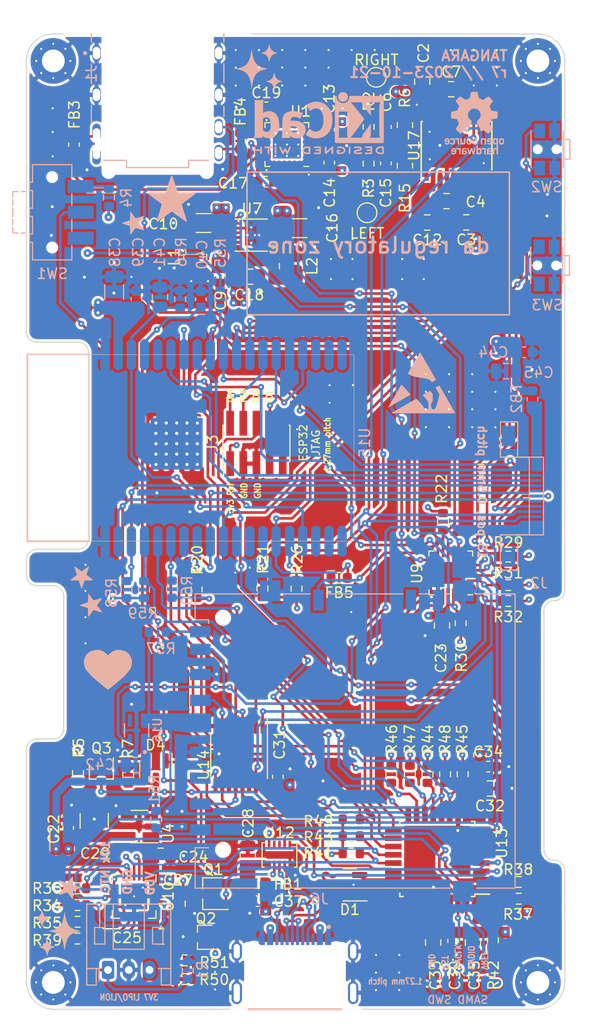
<source format=kicad_pcb>
(kicad_pcb (version 20221018) (generator pcbnew)

  (general
    (thickness 1.566672)
  )

  (paper "A4")
  (title_block
    (comment 4 "AISLER Project ID: ATEUINQR")
  )

  (layers
    (0 "F.Cu" signal)
    (1 "In1.Cu" signal)
    (2 "In2.Cu" signal)
    (31 "B.Cu" signal)
    (32 "B.Adhes" user "B.Adhesive")
    (33 "F.Adhes" user "F.Adhesive")
    (34 "B.Paste" user)
    (35 "F.Paste" user)
    (36 "B.SilkS" user "B.Silkscreen")
    (37 "F.SilkS" user "F.Silkscreen")
    (38 "B.Mask" user)
    (39 "F.Mask" user)
    (40 "Dwgs.User" user "User.Drawings")
    (41 "Cmts.User" user "User.Comments")
    (42 "Eco1.User" user "User.Eco1")
    (43 "Eco2.User" user "User.Eco2")
    (44 "Edge.Cuts" user)
    (45 "Margin" user)
    (46 "B.CrtYd" user "B.Courtyard")
    (47 "F.CrtYd" user "F.Courtyard")
    (48 "B.Fab" user)
    (49 "F.Fab" user)
    (50 "User.1" user)
    (51 "User.2" user)
    (52 "User.3" user)
    (53 "User.4" user)
    (54 "User.5" user)
    (55 "User.6" user)
    (56 "User.7" user)
    (57 "User.8" user)
    (58 "User.9" user)
  )

  (setup
    (stackup
      (layer "F.SilkS" (type "Top Silk Screen") (color "White"))
      (layer "F.Paste" (type "Top Solder Paste"))
      (layer "F.Mask" (type "Top Solder Mask") (color "Purple") (thickness 0.0254))
      (layer "F.Cu" (type "copper") (thickness 0.04318))
      (layer "dielectric 1" (type "prepreg") (thickness 0.202184) (material "FR408-HR") (epsilon_r 3.69) (loss_tangent 0.0091))
      (layer "In1.Cu" (type "copper") (thickness 0.017272))
      (layer "dielectric 2" (type "core") (thickness 0.9906) (material "FR408-HR") (epsilon_r 3.69) (loss_tangent 0.0091))
      (layer "In2.Cu" (type "copper") (thickness 0.017272))
      (layer "dielectric 3" (type "prepreg") (thickness 0.202184) (material "FR408-HR") (epsilon_r 3.69) (loss_tangent 0.0091))
      (layer "B.Cu" (type "copper") (thickness 0.04318))
      (layer "B.Mask" (type "Bottom Solder Mask") (color "Purple") (thickness 0.0254))
      (layer "B.Paste" (type "Bottom Solder Paste"))
      (layer "B.SilkS" (type "Bottom Silk Screen") (color "White"))
      (copper_finish "ENIG")
      (dielectric_constraints no)
    )
    (pad_to_mask_clearance 0.0508)
    (aux_axis_origin 117.25 51)
    (pcbplotparams
      (layerselection 0x00010fc_ffffffff)
      (plot_on_all_layers_selection 0x0000000_00000000)
      (disableapertmacros false)
      (usegerberextensions true)
      (usegerberattributes true)
      (usegerberadvancedattributes true)
      (creategerberjobfile true)
      (dashed_line_dash_ratio 12.000000)
      (dashed_line_gap_ratio 3.000000)
      (svgprecision 6)
      (plotframeref false)
      (viasonmask false)
      (mode 1)
      (useauxorigin false)
      (hpglpennumber 1)
      (hpglpenspeed 20)
      (hpglpendiameter 15.000000)
      (dxfpolygonmode true)
      (dxfimperialunits true)
      (dxfusepcbnewfont true)
      (psnegative false)
      (psa4output false)
      (plotreference true)
      (plotvalue true)
      (plotinvisibletext false)
      (sketchpadsonfab false)
      (subtractmaskfromsilk false)
      (outputformat 1)
      (mirror false)
      (drillshape 0)
      (scaleselection 1)
      (outputdirectory "gerbers2")
    )
  )

  (net 0 "")
  (net 1 "GND")
  (net 2 "/ESP_EN")
  (net 3 "BAT_LEVEL")
  (net 4 "SYS_POWER")
  (net 5 "USB.DP")
  (net 6 "USB.DN")
  (net 7 "3.5mm_DETECT")
  (net 8 "/JTAG.TMS")
  (net 9 "/JTAG.TCK")
  (net 10 "/JTAG.TDO")
  (net 11 "/JTAG.TDI")
  (net 12 "/SWD.SWDIO")
  (net 13 "/SWD.SWCLK")
  (net 14 "/SWD.RESET")
  (net 15 "/Power/NTC")
  (net 16 "~{CHG_PWR_OK}")
  (net 17 "I2C.SCL")
  (net 18 "/Power/VBUS_RAW")
  (net 19 "I2C.SDA")
  (net 20 "ESP_SPI.PICO")
  (net 21 "/Peripherals/~{DISPLAY_RST}")
  (net 22 "ESP_SPI.SCLK")
  (net 23 "ESP_SPI.DISPLAY_CS")
  (net 24 "DISPLAY_LED_EN")
  (net 25 "/ESP_BOOT")
  (net 26 "~{SD_VDD_EN}")
  (net 27 "/UART.ESP.TX")
  (net 28 "ESP_SPI.POCI")
  (net 29 "DAC.DATA")
  (net 30 "DAC.BCK")
  (net 31 "ESP_SPI.SD_CS")
  (net 32 "DAC.LRCK")
  (net 33 "SAMD_SPI.POCI")
  (net 34 "/UART.ESP.RX")
  (net 35 "SAMD_SPI.CS")
  (net 36 "SAMD_SPI.PICO")
  (net 37 "/~{SAMD_INT}")
  (net 38 "SAMD_SPI.SCLK")
  (net 39 "CHG_SEL")
  (net 40 "AMP_EN")
  (net 41 "/Power/VBUS_SWITCHED")
  (net 42 "~{GPIO_INT}")
  (net 43 "USB_TCC0")
  (net 44 "USB_TCC1")
  (net 45 "KEY_LOCK")
  (net 46 "CHG_STAT1")
  (net 47 "CHG_STAT2")
  (net 48 "~{TOUCH_INT}")
  (net 49 "DISPLAY_DR")
  (net 50 "+3V3")
  (net 51 "+5VA")
  (net 52 "-5VA")
  (net 53 "KEY_VOL_UP")
  (net 54 "Net-(J7-Pin_3)")
  (net 55 "Net-(U1B-+)")
  (net 56 "KEY_VOL_DOWN")
  (net 57 "Net-(J4-CD{slash}DAT3)")
  (net 58 "Net-(J4-CMD)")
  (net 59 "Net-(J4-CLK)")
  (net 60 "Net-(J4-DAT0)")
  (net 61 "Net-(J4-DAT1)")
  (net 62 "Net-(J4-DAT2)")
  (net 63 "unconnected-(J1-Pad6)")
  (net 64 "/Power/CC1")
  (net 65 "/Power/CC2")
  (net 66 "SYS_PWR_EN_SW")
  (net 67 "Net-(U13-VDDCORE)")
  (net 68 "unconnected-(J3-UART_TX-Pad7)")
  (net 69 "unconnected-(J3-UART_RX-Pad9)")
  (net 70 "unconnected-(J3-nRst-Pad10)")
  (net 71 "unconnected-(J6-SBU1-PadA8)")
  (net 72 "unconnected-(J6-SBU2-PadB8)")
  (net 73 "Net-(U7-SWN)")
  (net 74 "Net-(U7-SWP)")
  (net 75 "Net-(Q1-G)")
  (net 76 "Net-(U1A-+)")
  (net 77 "Net-(U1A--)")
  (net 78 "Net-(C17-Pad2)")
  (net 79 "Net-(U1B--)")
  (net 80 "Net-(C19-Pad2)")
  (net 81 "Net-(U14E-~{OE})")
  (net 82 "Net-(U14E-S)")
  (net 83 "SYS_PWR_EN_SAMD")
  (net 84 "Net-(U10-CE)")
  (net 85 "Net-(U10-PROG3)")
  (net 86 "Net-(U10-PROG2)")
  (net 87 "Net-(U10-PROG1)")
  (net 88 "unconnected-(SW1-A-Pad1)")
  (net 89 "unconnected-(U1C-NC-Pad4)")
  (net 90 "unconnected-(U1-Pad6)")
  (net 91 "unconnected-(U1-Pad7)")
  (net 92 "unconnected-(U1-Pad8)")
  (net 93 "unconnected-(U1C-NC-Pad15)")
  (net 94 "AMP_MUTE")
  (net 95 "unconnected-(U12-ORIENT-Pad8)")
  (net 96 "unconnected-(U12-SWMONI-Pad9)")
  (net 97 "unconnected-(U15-I39{slash}NOINT-Pad5)")
  (net 98 "unconnected-(U15-SHD{slash}SD2-Pad17)")
  (net 99 "unconnected-(U15-SWP{slash}SD3-Pad18)")
  (net 100 "unconnected-(U15-SCS{slash}CMD-Pad19)")
  (net 101 "unconnected-(U15-SCK{slash}CLK-Pad20)")
  (net 102 "unconnected-(U15-SDO{slash}SD0-Pad21)")
  (net 103 "unconnected-(U15-SDI{slash}SD1-Pad22)")
  (net 104 "unconnected-(U15-IO16-Pad27)")
  (net 105 "unconnected-(U15-IO17-Pad28)")
  (net 106 "unconnected-(U15-NC-Pad32)")
  (net 107 "Net-(J2-Pin_13)")
  (net 108 "Net-(FB3-Pad2)")
  (net 109 "Net-(FB4-Pad2)")
  (net 110 "Net-(J4-VDD)")
  (net 111 "unconnected-(U16-NC-Pad4)")
  (net 112 "Net-(SW1-C)")
  (net 113 "Net-(Q1-S)")
  (net 114 "DAC.MCK")
  (net 115 "SD_CD")
  (net 116 "Net-(U17-CPCA)")
  (net 117 "Net-(U17-CPCB)")
  (net 118 "unconnected-(U1-Pad1)")
  (net 119 "Net-(U17-VMID)")
  (net 120 "Net-(U17-CPVOUTN)")
  (net 121 "unconnected-(U1-Pad23)")
  (net 122 "Net-(U17-LINEVOUTL)")
  (net 123 "Net-(U17-LINEVOUTR)")
  (net 124 "unconnected-(U1-Pad24)")
  (net 125 "unconnected-(U17-ZFLAG-Pad7)")
  (net 126 "unconnected-(U9-IO0_6-Pad7)")
  (net 127 "unconnected-(U9-IO1_4-Pad14)")
  (net 128 "unconnected-(U9-IO1_5-Pad15)")
  (net 129 "unconnected-(U9-IO1_6-Pad16)")
  (net 130 "unconnected-(U9-IO1_7-Pad17)")
  (net 131 "Net-(U4-EN)")
  (net 132 "unconnected-(U4-NC-Pad4)")
  (net 133 "unconnected-(U13-PA06-Pad7)")
  (net 134 "unconnected-(U13-PA27-Pad25)")
  (net 135 "unconnected-(U13-PA28-Pad27)")
  (net 136 "Net-(Q2-D)")

  (footprint "Package_TO_SOT_SMD:TSOT-23" (layer "F.Cu") (at 135.476849 134.455179 180))

  (footprint "Package_TO_SOT_SMD:SOT-23-5" (layer "F.Cu") (at 128.415497 127.954481 180))

  (footprint "footprints:MountingHole_2.2mm_M2_Pad_Via2" (layer "F.Cu") (at 166.9 143))

  (footprint "Inductor_SMD:L_1008_2520Metric" (layer "F.Cu") (at 133.801417 72.973879 90))

  (footprint "Capacitor_SMD:C_0805_2012Metric" (layer "F.Cu") (at 130.473198 130.774567))

  (footprint "Resistor_SMD:R_0603_1608Metric" (layer "F.Cu") (at 122.434189 137.149989 180))

  (footprint "footprints:QFN-20-1EP_4x4mm_P0.5mm_EP2.5x2.5mm_ThermalVias2" (layer "F.Cu") (at 127.902083 134.695156 -90))

  (footprint "Capacitor_SMD:C_0805_2012Metric" (layer "F.Cu") (at 130.529632 138.571066))

  (footprint "Capacitor_SMD:C_0603_1608Metric" (layer "F.Cu") (at 152.216943 60.416276 -90))

  (footprint "Package_DFN_QFN:HVQFN-24-1EP_4x4mm_P0.5mm_EP2.1x2.1mm" (layer "F.Cu") (at 158.484595 103.47166 180))

  (footprint "Package_TO_SOT_SMD:SOT-23" (layer "F.Cu") (at 130.000805 122.549717 -90))

  (footprint "Resistor_SMD:R_0603_1608Metric" (layer "F.Cu") (at 148.873745 127.25515))

  (footprint "Package_TO_SOT_SMD:SOT-323_SC-70" (layer "F.Cu") (at 124.73909 122.643679 -90))

  (footprint "Capacitor_SMD:C_0603_1608Metric" (layer "F.Cu") (at 136.172745 74.724126 -90))

  (footprint "Resistor_SMD:R_0603_1608Metric" (layer "F.Cu") (at 165.049071 134.922126 180))

  (footprint "Resistor_SMD:R_0603_1608Metric" (layer "F.Cu") (at 159.445045 108.327463 90))

  (footprint "Capacitor_SMD:C_0603_1608Metric" (layer "F.Cu") (at 121.530086 128.089529 90))

  (footprint "Resistor_SMD:R_0603_1608Metric" (layer "F.Cu") (at 150.5451 60.416276 -90))

  (footprint "Capacitor_SMD:C_0603_1608Metric" (layer "F.Cu") (at 146.738191 60.685697 -90))

  (footprint "Resistor_SMD:R_0603_1608Metric" (layer "F.Cu") (at 165.050103 133.305697 180))

  (footprint "Capacitor_SMD:C_0603_1608Metric" (layer "F.Cu") (at 152.216095 63.952058 90))

  (footprint "footprints:BD91N01NUX-E2" (layer "F.Cu") (at 141.938445 130.694772 90))

  (footprint "Capacitor_SMD:C_0805_2012Metric" (layer "F.Cu") (at 159.982062 69.634671 180))

  (footprint "Resistor_SMD:R_0603_1608Metric" (layer "F.Cu") (at 122.434189 138.766966 180))

  (footprint "Capacitor_SMD:C_0805_2012Metric" (layer "F.Cu") (at 156.782387 139.153476 90))

  (footprint "Inductor_SMD:L_0603_1608Metric" (layer "F.Cu") (at 139.793489 133.408759 180))

  (footprint "Resistor_SMD:R_0603_1608Metric" (layer "F.Cu") (at 148.873745 130.546956))

  (footprint "Resistor_SMD:R_0805_2012Metric" (layer "F.Cu") (at 154.05507 60.232017 -90))

  (footprint "Capacitor_SMD:C_0603_1608Metric" (layer "F.Cu") (at 140.620589 65.704592 180))

  (footprint "Capacitor_SMD:C_0805_2012Metric" (layer "F.Cu") (at 132.103885 135.401996 -90))

  (footprint "Capacitor_SMD:C_0603_1608Metric" (layer "F.Cu") (at 139.845147 135.157118 180))

  (footprint "Resistor_SMD:R_0603_1608Metric" (layer "F.Cu") (at 157.736387 98.523188 90))

  (footprint "Capacitor_SMD:C_0805_2012Metric" (layer "F.Cu") (at 139.111897 74.874786))

  (footprint "Resistor_SMD:R_0603_1608Metric" (layer "F.Cu") (at 122.439406 135.533013))

  (footprint "Resistor_SMD:R_0603_1608Metric" (layer "F.Cu") (at 132.78644 140.877326))

  (footprint "Resistor_SMD:R_0603_1608Metric" (layer "F.Cu") (at 122.482853 122.790411 -90))

  (footprint "Inductor_SMD:L_1008_2520Metric" (layer "F.Cu") (at 143.044904 73.86026 -90))

  (footprint "Capacitor_SMD:C_0805_2012Metric" (layer "F.Cu") (at 156.207041 69.648592 180))

  (footprint "Capacitor_SMD:C_0805_2012Metric" (layer "F.Cu") (at 158.07357 67.582319 180))

  (footprint "Resistor_SMD:R_0603_1608Metric" (layer "F.Cu") (at 162.554135 138.938126 -90))

  (footprint "Package_SO:TSSOP-16_4.4x5mm_P0.65mm" (layer "F.Cu") (at 138.037154 121.127252 -90))

  (footprint "Capacitor_SMD:C_0805_2012Metric" (layer "F.Cu") (at 158.513691 56.778764))

  (footprint "Inductor_SMD:L_0603_1608Metric" (layer "F.Cu") (at 138.136435 61.76766 -90))

  (footprint "Resistor_SMD:R_0603_1608Metric" (layer "F.Cu") (at 133.941895 105.064074 90))

  (footprint "Resistor_SMD:R_0603_1608Metric" (layer "F.Cu") (at 143.585559 104.993281 90))

  (footprint "Resistor_SMD:R_0603_1608Metric" (layer "F.Cu") (at 140.296114 104.976392 90))

  (footprint "Resistor_SMD:R_0603_1608Metric" (layer "F.Cu")
    (tstamp 99f049d5-4902-4c2b-8eb5-8e498cab8923)
    (at 132.76144 142.6773
... [3623711 chars truncated]
</source>
